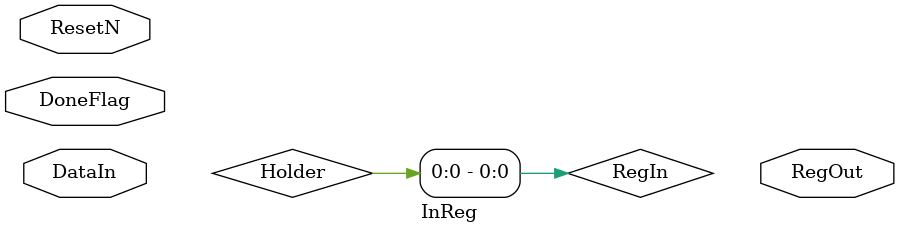
<source format=v>

module InReg(
    input   DoneFlag, ResetN,
    input   [7:0] DataIn,
    output  [7:0] RegOut
);
reg [7:0] Holder;

always @(posedge DoneFlag, negedge ResetN) begin
    if (~ResetN) begin
        Holder <= 8'b0;
    end
    else begin 
        if (DoneFlag) begin
        Holder <= DataIn;
        end
        else begin
        Holder <= Holder;
        end
    end
end

assign RegIn = Holder;

endmodule
</source>
